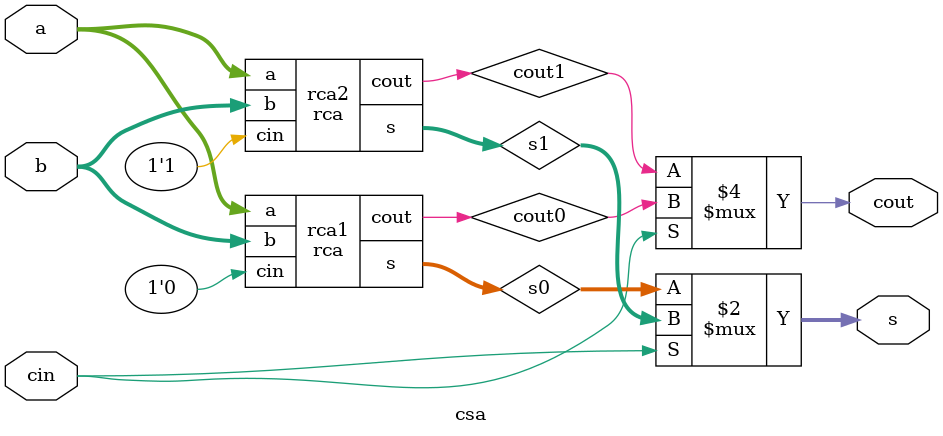
<source format=v>
module fa(input a, b, cin,
          output s, cout);
    assign s = a ^ b ^ cin;
    assign cout = (a & b) | (b & cin) | (cin & a);
endmodule
// RIPPLE CARRY ADDER
module rca(input [3:0]a,b,
           input cin,
            output [3:0]s,
            output cout);
            wire c0,c1,c2;
  fa fa1(a[0],b[0],cin,s[0],c0);  
  fa fa2(a[1],b[1],c0,s[1],c1);
  fa fa3(a[2],b[2],c1,s[2],c2);
  fa fa4(a[3],b[3],c2,s[3],cout);
  endmodule 
// CARRY SELECT ADDER
module csa(input [3:0]a,b,
            input cin,
            output [3:0]s,
            output cout);
  wire [3:0]s0,s1;
  wire cout0,cout1;
  rca rca1(.a(a),.b(b),.cin(1'b0),.s(s0),.cout(cout0));
   rca rca2(.a(a),.b(b),.cin(1'b1),.s(s1),.cout(cout1));
   assign s=(cin==0)?s0:s1;
   assign cout=(cin==1)?cout0:cout1;
   endmodule

</source>
